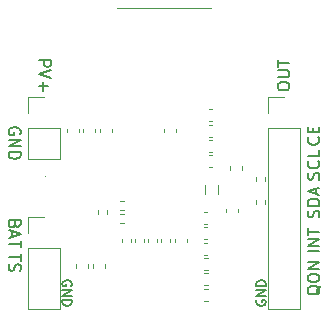
<source format=gto>
G04 #@! TF.GenerationSoftware,KiCad,Pcbnew,(5.1.10)-1*
G04 #@! TF.CreationDate,2021-12-10T13:25:55-08:00*
G04 #@! TF.ProjectId,BQ25798,42513235-3739-4382-9e6b-696361645f70,rev?*
G04 #@! TF.SameCoordinates,Original*
G04 #@! TF.FileFunction,Legend,Top*
G04 #@! TF.FilePolarity,Positive*
%FSLAX46Y46*%
G04 Gerber Fmt 4.6, Leading zero omitted, Abs format (unit mm)*
G04 Created by KiCad (PCBNEW (5.1.10)-1) date 2021-12-10 13:25:55*
%MOMM*%
%LPD*%
G01*
G04 APERTURE LIST*
%ADD10C,0.150000*%
%ADD11C,0.120000*%
%ADD12C,0.100000*%
%ADD13R,0.700000X0.200000*%
%ADD14R,1.000000X0.200000*%
%ADD15R,0.600000X0.200000*%
%ADD16R,0.200000X0.950000*%
%ADD17R,0.200000X0.600000*%
%ADD18R,0.200000X0.900000*%
%ADD19O,1.700000X1.700000*%
%ADD20R,1.700000X1.700000*%
%ADD21R,0.600000X1.150000*%
%ADD22R,0.300000X1.150000*%
%ADD23O,1.000000X2.200000*%
%ADD24O,1.000000X1.800000*%
G04 APERTURE END LIST*
D10*
X82097619Y-99655476D02*
X83097619Y-99655476D01*
X83097619Y-100036428D01*
X83050000Y-100131666D01*
X83002380Y-100179285D01*
X82907142Y-100226904D01*
X82764285Y-100226904D01*
X82669047Y-100179285D01*
X82621428Y-100131666D01*
X82573809Y-100036428D01*
X82573809Y-99655476D01*
X83097619Y-100512619D02*
X82097619Y-100845952D01*
X83097619Y-101179285D01*
X82478571Y-101512619D02*
X82478571Y-102274523D01*
X82097619Y-101893571D02*
X82859523Y-101893571D01*
X80510000Y-105918095D02*
X80557619Y-105822857D01*
X80557619Y-105680000D01*
X80510000Y-105537142D01*
X80414761Y-105441904D01*
X80319523Y-105394285D01*
X80129047Y-105346666D01*
X79986190Y-105346666D01*
X79795714Y-105394285D01*
X79700476Y-105441904D01*
X79605238Y-105537142D01*
X79557619Y-105680000D01*
X79557619Y-105775238D01*
X79605238Y-105918095D01*
X79652857Y-105965714D01*
X79986190Y-105965714D01*
X79986190Y-105775238D01*
X79557619Y-106394285D02*
X80557619Y-106394285D01*
X79557619Y-106965714D01*
X80557619Y-106965714D01*
X79557619Y-107441904D02*
X80557619Y-107441904D01*
X80557619Y-107680000D01*
X80510000Y-107822857D01*
X80414761Y-107918095D01*
X80319523Y-107965714D01*
X80129047Y-108013333D01*
X79986190Y-108013333D01*
X79795714Y-107965714D01*
X79700476Y-107918095D01*
X79605238Y-107822857D01*
X79557619Y-107680000D01*
X79557619Y-107441904D01*
X80081428Y-113561904D02*
X80033809Y-113704761D01*
X79986190Y-113752380D01*
X79890952Y-113800000D01*
X79748095Y-113800000D01*
X79652857Y-113752380D01*
X79605238Y-113704761D01*
X79557619Y-113609523D01*
X79557619Y-113228571D01*
X80557619Y-113228571D01*
X80557619Y-113561904D01*
X80510000Y-113657142D01*
X80462380Y-113704761D01*
X80367142Y-113752380D01*
X80271904Y-113752380D01*
X80176666Y-113704761D01*
X80129047Y-113657142D01*
X80081428Y-113561904D01*
X80081428Y-113228571D01*
X79843333Y-114180952D02*
X79843333Y-114657142D01*
X79557619Y-114085714D02*
X80557619Y-114419047D01*
X79557619Y-114752380D01*
X80557619Y-114942857D02*
X80557619Y-115514285D01*
X79557619Y-115228571D02*
X80557619Y-115228571D01*
X80557619Y-116078095D02*
X80557619Y-116649523D01*
X79557619Y-116363809D02*
X80557619Y-116363809D01*
X79605238Y-116935238D02*
X79557619Y-117078095D01*
X79557619Y-117316190D01*
X79605238Y-117411428D01*
X79652857Y-117459047D01*
X79748095Y-117506666D01*
X79843333Y-117506666D01*
X79938571Y-117459047D01*
X79986190Y-117411428D01*
X80033809Y-117316190D01*
X80081428Y-117125714D01*
X80129047Y-117030476D01*
X80176666Y-116982857D01*
X80271904Y-116935238D01*
X80367142Y-116935238D01*
X80462380Y-116982857D01*
X80510000Y-117030476D01*
X80557619Y-117125714D01*
X80557619Y-117363809D01*
X80510000Y-117506666D01*
X102322380Y-101965000D02*
X102322380Y-101774523D01*
X102370000Y-101679285D01*
X102465238Y-101584047D01*
X102655714Y-101536428D01*
X102989047Y-101536428D01*
X103179523Y-101584047D01*
X103274761Y-101679285D01*
X103322380Y-101774523D01*
X103322380Y-101965000D01*
X103274761Y-102060238D01*
X103179523Y-102155476D01*
X102989047Y-102203095D01*
X102655714Y-102203095D01*
X102465238Y-102155476D01*
X102370000Y-102060238D01*
X102322380Y-101965000D01*
X102322380Y-101107857D02*
X103131904Y-101107857D01*
X103227142Y-101060238D01*
X103274761Y-101012619D01*
X103322380Y-100917380D01*
X103322380Y-100726904D01*
X103274761Y-100631666D01*
X103227142Y-100584047D01*
X103131904Y-100536428D01*
X102322380Y-100536428D01*
X102322380Y-100203095D02*
X102322380Y-99631666D01*
X103322380Y-99917380D02*
X102322380Y-99917380D01*
X105767142Y-106187857D02*
X105814761Y-106235476D01*
X105862380Y-106378333D01*
X105862380Y-106473571D01*
X105814761Y-106616428D01*
X105719523Y-106711666D01*
X105624285Y-106759285D01*
X105433809Y-106806904D01*
X105290952Y-106806904D01*
X105100476Y-106759285D01*
X105005238Y-106711666D01*
X104910000Y-106616428D01*
X104862380Y-106473571D01*
X104862380Y-106378333D01*
X104910000Y-106235476D01*
X104957619Y-106187857D01*
X105338571Y-105759285D02*
X105338571Y-105425952D01*
X105862380Y-105283095D02*
X105862380Y-105759285D01*
X104862380Y-105759285D01*
X104862380Y-105283095D01*
X105814761Y-109775476D02*
X105862380Y-109632619D01*
X105862380Y-109394523D01*
X105814761Y-109299285D01*
X105767142Y-109251666D01*
X105671904Y-109204047D01*
X105576666Y-109204047D01*
X105481428Y-109251666D01*
X105433809Y-109299285D01*
X105386190Y-109394523D01*
X105338571Y-109585000D01*
X105290952Y-109680238D01*
X105243333Y-109727857D01*
X105148095Y-109775476D01*
X105052857Y-109775476D01*
X104957619Y-109727857D01*
X104910000Y-109680238D01*
X104862380Y-109585000D01*
X104862380Y-109346904D01*
X104910000Y-109204047D01*
X105767142Y-108204047D02*
X105814761Y-108251666D01*
X105862380Y-108394523D01*
X105862380Y-108489761D01*
X105814761Y-108632619D01*
X105719523Y-108727857D01*
X105624285Y-108775476D01*
X105433809Y-108823095D01*
X105290952Y-108823095D01*
X105100476Y-108775476D01*
X105005238Y-108727857D01*
X104910000Y-108632619D01*
X104862380Y-108489761D01*
X104862380Y-108394523D01*
X104910000Y-108251666D01*
X104957619Y-108204047D01*
X105862380Y-107299285D02*
X105862380Y-107775476D01*
X104862380Y-107775476D01*
X105814761Y-112974285D02*
X105862380Y-112831428D01*
X105862380Y-112593333D01*
X105814761Y-112498095D01*
X105767142Y-112450476D01*
X105671904Y-112402857D01*
X105576666Y-112402857D01*
X105481428Y-112450476D01*
X105433809Y-112498095D01*
X105386190Y-112593333D01*
X105338571Y-112783809D01*
X105290952Y-112879047D01*
X105243333Y-112926666D01*
X105148095Y-112974285D01*
X105052857Y-112974285D01*
X104957619Y-112926666D01*
X104910000Y-112879047D01*
X104862380Y-112783809D01*
X104862380Y-112545714D01*
X104910000Y-112402857D01*
X105862380Y-111974285D02*
X104862380Y-111974285D01*
X104862380Y-111736190D01*
X104910000Y-111593333D01*
X105005238Y-111498095D01*
X105100476Y-111450476D01*
X105290952Y-111402857D01*
X105433809Y-111402857D01*
X105624285Y-111450476D01*
X105719523Y-111498095D01*
X105814761Y-111593333D01*
X105862380Y-111736190D01*
X105862380Y-111974285D01*
X105576666Y-111021904D02*
X105576666Y-110545714D01*
X105862380Y-111117142D02*
X104862380Y-110783809D01*
X105862380Y-110450476D01*
X105862380Y-115839761D02*
X104862380Y-115839761D01*
X105862380Y-115363571D02*
X104862380Y-115363571D01*
X105862380Y-114792142D01*
X104862380Y-114792142D01*
X104862380Y-114458809D02*
X104862380Y-113887380D01*
X105862380Y-114173095D02*
X104862380Y-114173095D01*
X105957619Y-118776666D02*
X105910000Y-118871904D01*
X105814761Y-118967142D01*
X105671904Y-119110000D01*
X105624285Y-119205238D01*
X105624285Y-119300476D01*
X105862380Y-119252857D02*
X105814761Y-119348095D01*
X105719523Y-119443333D01*
X105529047Y-119490952D01*
X105195714Y-119490952D01*
X105005238Y-119443333D01*
X104910000Y-119348095D01*
X104862380Y-119252857D01*
X104862380Y-119062380D01*
X104910000Y-118967142D01*
X105005238Y-118871904D01*
X105195714Y-118824285D01*
X105529047Y-118824285D01*
X105719523Y-118871904D01*
X105814761Y-118967142D01*
X105862380Y-119062380D01*
X105862380Y-119252857D01*
X104862380Y-118205238D02*
X104862380Y-118014761D01*
X104910000Y-117919523D01*
X105005238Y-117824285D01*
X105195714Y-117776666D01*
X105529047Y-117776666D01*
X105719523Y-117824285D01*
X105814761Y-117919523D01*
X105862380Y-118014761D01*
X105862380Y-118205238D01*
X105814761Y-118300476D01*
X105719523Y-118395714D01*
X105529047Y-118443333D01*
X105195714Y-118443333D01*
X105005238Y-118395714D01*
X104910000Y-118300476D01*
X104862380Y-118205238D01*
X105862380Y-117348095D02*
X104862380Y-117348095D01*
X105862380Y-116776666D01*
X104862380Y-116776666D01*
X84855000Y-118770476D02*
X84893095Y-118694285D01*
X84893095Y-118580000D01*
X84855000Y-118465714D01*
X84778809Y-118389523D01*
X84702619Y-118351428D01*
X84550238Y-118313333D01*
X84435952Y-118313333D01*
X84283571Y-118351428D01*
X84207380Y-118389523D01*
X84131190Y-118465714D01*
X84093095Y-118580000D01*
X84093095Y-118656190D01*
X84131190Y-118770476D01*
X84169285Y-118808571D01*
X84435952Y-118808571D01*
X84435952Y-118656190D01*
X84093095Y-119151428D02*
X84893095Y-119151428D01*
X84093095Y-119608571D01*
X84893095Y-119608571D01*
X84093095Y-119989523D02*
X84893095Y-119989523D01*
X84893095Y-120180000D01*
X84855000Y-120294285D01*
X84778809Y-120370476D01*
X84702619Y-120408571D01*
X84550238Y-120446666D01*
X84435952Y-120446666D01*
X84283571Y-120408571D01*
X84207380Y-120370476D01*
X84131190Y-120294285D01*
X84093095Y-120180000D01*
X84093095Y-119989523D01*
X100565000Y-119989523D02*
X100526904Y-120065714D01*
X100526904Y-120180000D01*
X100565000Y-120294285D01*
X100641190Y-120370476D01*
X100717380Y-120408571D01*
X100869761Y-120446666D01*
X100984047Y-120446666D01*
X101136428Y-120408571D01*
X101212619Y-120370476D01*
X101288809Y-120294285D01*
X101326904Y-120180000D01*
X101326904Y-120103809D01*
X101288809Y-119989523D01*
X101250714Y-119951428D01*
X100984047Y-119951428D01*
X100984047Y-120103809D01*
X101326904Y-119608571D02*
X100526904Y-119608571D01*
X101326904Y-119151428D01*
X100526904Y-119151428D01*
X101326904Y-118770476D02*
X100526904Y-118770476D01*
X100526904Y-118580000D01*
X100565000Y-118465714D01*
X100641190Y-118389523D01*
X100717380Y-118351428D01*
X100869761Y-118313333D01*
X100984047Y-118313333D01*
X101136428Y-118351428D01*
X101212619Y-118389523D01*
X101288809Y-118465714D01*
X101326904Y-118580000D01*
X101326904Y-118770476D01*
D11*
X89283641Y-112310000D02*
X88976359Y-112310000D01*
X89283641Y-111550000D02*
X88976359Y-111550000D01*
X88976359Y-112650000D02*
X89283641Y-112650000D01*
X88976359Y-113410000D02*
X89283641Y-113410000D01*
X87150000Y-112683641D02*
X87150000Y-112376359D01*
X87910000Y-112683641D02*
X87910000Y-112376359D01*
X91350000Y-115083641D02*
X91350000Y-114776359D01*
X92110000Y-115083641D02*
X92110000Y-114776359D01*
X100520000Y-111853641D02*
X100520000Y-111546359D01*
X101280000Y-111853641D02*
X101280000Y-111546359D01*
X101280000Y-109546359D02*
X101280000Y-109853641D01*
X100520000Y-109546359D02*
X100520000Y-109853641D01*
X91010000Y-114776359D02*
X91010000Y-115083641D01*
X90250000Y-114776359D02*
X90250000Y-115083641D01*
X89150000Y-115083641D02*
X89150000Y-114776359D01*
X89910000Y-115083641D02*
X89910000Y-114776359D01*
X93210000Y-114776359D02*
X93210000Y-115083641D01*
X92450000Y-114776359D02*
X92450000Y-115083641D01*
X97290000Y-110230378D02*
X97290000Y-111029622D01*
X96170000Y-110230378D02*
X96170000Y-111029622D01*
X101540000Y-120710000D02*
X104200000Y-120710000D01*
X101540000Y-105410000D02*
X101540000Y-120710000D01*
X104200000Y-105410000D02*
X104200000Y-120710000D01*
X101540000Y-105410000D02*
X104200000Y-105410000D01*
X101540000Y-104140000D02*
X101540000Y-102810000D01*
X101540000Y-102810000D02*
X102870000Y-102810000D01*
X96710000Y-95250000D02*
X88710000Y-95250000D01*
X81220000Y-120710000D02*
X83880000Y-120710000D01*
X81220000Y-115570000D02*
X81220000Y-120710000D01*
X83880000Y-115570000D02*
X83880000Y-120710000D01*
X81220000Y-115570000D02*
X83880000Y-115570000D01*
X81220000Y-114300000D02*
X81220000Y-112970000D01*
X81220000Y-112970000D02*
X82550000Y-112970000D01*
X81220000Y-108010000D02*
X83880000Y-108010000D01*
X81220000Y-105410000D02*
X81220000Y-108010000D01*
X83880000Y-105410000D02*
X83880000Y-108010000D01*
X81220000Y-105410000D02*
X83880000Y-105410000D01*
X81220000Y-104140000D02*
X81220000Y-102810000D01*
X81220000Y-102810000D02*
X82550000Y-102810000D01*
D12*
X82650000Y-109510000D02*
G75*
G03*
X82650000Y-109510000I-50000J0D01*
G01*
D11*
X99010000Y-112259420D02*
X99010000Y-112540580D01*
X97990000Y-112259420D02*
X97990000Y-112540580D01*
X99310000Y-108659420D02*
X99310000Y-108940580D01*
X98290000Y-108659420D02*
X98290000Y-108940580D01*
X96114420Y-116420000D02*
X96395580Y-116420000D01*
X96114420Y-117440000D02*
X96395580Y-117440000D01*
X92690000Y-105740580D02*
X92690000Y-105459420D01*
X93710000Y-105740580D02*
X93710000Y-105459420D01*
X96114420Y-117720000D02*
X96395580Y-117720000D01*
X96114420Y-118740000D02*
X96395580Y-118740000D01*
X96089420Y-115120000D02*
X96370580Y-115120000D01*
X96089420Y-116140000D02*
X96370580Y-116140000D01*
X96489420Y-105120000D02*
X96770580Y-105120000D01*
X96489420Y-106140000D02*
X96770580Y-106140000D01*
X94640000Y-114789420D02*
X94640000Y-115070580D01*
X93620000Y-114789420D02*
X93620000Y-115070580D01*
X96114420Y-119020000D02*
X96395580Y-119020000D01*
X96114420Y-120040000D02*
X96395580Y-120040000D01*
X96489420Y-106420000D02*
X96770580Y-106420000D01*
X96489420Y-107440000D02*
X96770580Y-107440000D01*
X88270000Y-105459420D02*
X88270000Y-105740580D01*
X87250000Y-105459420D02*
X87250000Y-105740580D01*
X87710000Y-116959420D02*
X87710000Y-117240580D01*
X86690000Y-116959420D02*
X86690000Y-117240580D01*
X96089420Y-113820000D02*
X96370580Y-113820000D01*
X96089420Y-114840000D02*
X96370580Y-114840000D01*
X96514420Y-107720000D02*
X96795580Y-107720000D01*
X96514420Y-108740000D02*
X96795580Y-108740000D01*
X86870000Y-105459420D02*
X86870000Y-105740580D01*
X85850000Y-105459420D02*
X85850000Y-105740580D01*
X86310000Y-116959420D02*
X86310000Y-117240580D01*
X85290000Y-116959420D02*
X85290000Y-117240580D01*
X96089420Y-112520000D02*
X96370580Y-112520000D01*
X96089420Y-113540000D02*
X96370580Y-113540000D01*
X96489420Y-103820000D02*
X96770580Y-103820000D01*
X96489420Y-104840000D02*
X96770580Y-104840000D01*
X85470000Y-105459420D02*
X85470000Y-105740580D01*
X84450000Y-105459420D02*
X84450000Y-105740580D01*
%LPC*%
D13*
X90955001Y-111784999D03*
X90955001Y-108984999D03*
X94655001Y-111734999D03*
X94655001Y-109034999D03*
D14*
X94505001Y-109484999D03*
X94505001Y-109934999D03*
X94505001Y-110384999D03*
X94505001Y-110834999D03*
X94505001Y-111284999D03*
D15*
X90905001Y-111384999D03*
X90905001Y-110984999D03*
X90905001Y-110584999D03*
X90905001Y-110184999D03*
X90905001Y-109784999D03*
X90905001Y-109384999D03*
D16*
X94405001Y-112109999D03*
D17*
X94005001Y-112284999D03*
X93605001Y-112284999D03*
X93205001Y-112284999D03*
X92805001Y-112284999D03*
X92805001Y-112284999D03*
X92405001Y-112284999D03*
X92005001Y-112284999D03*
X91605001Y-112284999D03*
D18*
X91205001Y-112134999D03*
X91205001Y-108634999D03*
D17*
X91605001Y-108484999D03*
X92005001Y-108484999D03*
X92405001Y-108484999D03*
X92805001Y-108484999D03*
X93205001Y-108484999D03*
X93605001Y-108484999D03*
X94005001Y-108484999D03*
D16*
X94405001Y-108659999D03*
G36*
G01*
X88890000Y-111745000D02*
X88890000Y-112115000D01*
G75*
G02*
X88755000Y-112250000I-135000J0D01*
G01*
X88485000Y-112250000D01*
G75*
G02*
X88350000Y-112115000I0J135000D01*
G01*
X88350000Y-111745000D01*
G75*
G02*
X88485000Y-111610000I135000J0D01*
G01*
X88755000Y-111610000D01*
G75*
G02*
X88890000Y-111745000I0J-135000D01*
G01*
G37*
G36*
G01*
X89910000Y-111745000D02*
X89910000Y-112115000D01*
G75*
G02*
X89775000Y-112250000I-135000J0D01*
G01*
X89505000Y-112250000D01*
G75*
G02*
X89370000Y-112115000I0J135000D01*
G01*
X89370000Y-111745000D01*
G75*
G02*
X89505000Y-111610000I135000J0D01*
G01*
X89775000Y-111610000D01*
G75*
G02*
X89910000Y-111745000I0J-135000D01*
G01*
G37*
G36*
G01*
X89370000Y-113215000D02*
X89370000Y-112845000D01*
G75*
G02*
X89505000Y-112710000I135000J0D01*
G01*
X89775000Y-112710000D01*
G75*
G02*
X89910000Y-112845000I0J-135000D01*
G01*
X89910000Y-113215000D01*
G75*
G02*
X89775000Y-113350000I-135000J0D01*
G01*
X89505000Y-113350000D01*
G75*
G02*
X89370000Y-113215000I0J135000D01*
G01*
G37*
G36*
G01*
X88350000Y-113215000D02*
X88350000Y-112845000D01*
G75*
G02*
X88485000Y-112710000I135000J0D01*
G01*
X88755000Y-112710000D01*
G75*
G02*
X88890000Y-112845000I0J-135000D01*
G01*
X88890000Y-113215000D01*
G75*
G02*
X88755000Y-113350000I-135000J0D01*
G01*
X88485000Y-113350000D01*
G75*
G02*
X88350000Y-113215000I0J135000D01*
G01*
G37*
G36*
G01*
X87715000Y-112290000D02*
X87345000Y-112290000D01*
G75*
G02*
X87210000Y-112155000I0J135000D01*
G01*
X87210000Y-111885000D01*
G75*
G02*
X87345000Y-111750000I135000J0D01*
G01*
X87715000Y-111750000D01*
G75*
G02*
X87850000Y-111885000I0J-135000D01*
G01*
X87850000Y-112155000D01*
G75*
G02*
X87715000Y-112290000I-135000J0D01*
G01*
G37*
G36*
G01*
X87715000Y-113310000D02*
X87345000Y-113310000D01*
G75*
G02*
X87210000Y-113175000I0J135000D01*
G01*
X87210000Y-112905000D01*
G75*
G02*
X87345000Y-112770000I135000J0D01*
G01*
X87715000Y-112770000D01*
G75*
G02*
X87850000Y-112905000I0J-135000D01*
G01*
X87850000Y-113175000D01*
G75*
G02*
X87715000Y-113310000I-135000J0D01*
G01*
G37*
G36*
G01*
X91915000Y-114690000D02*
X91545000Y-114690000D01*
G75*
G02*
X91410000Y-114555000I0J135000D01*
G01*
X91410000Y-114285000D01*
G75*
G02*
X91545000Y-114150000I135000J0D01*
G01*
X91915000Y-114150000D01*
G75*
G02*
X92050000Y-114285000I0J-135000D01*
G01*
X92050000Y-114555000D01*
G75*
G02*
X91915000Y-114690000I-135000J0D01*
G01*
G37*
G36*
G01*
X91915000Y-115710000D02*
X91545000Y-115710000D01*
G75*
G02*
X91410000Y-115575000I0J135000D01*
G01*
X91410000Y-115305000D01*
G75*
G02*
X91545000Y-115170000I135000J0D01*
G01*
X91915000Y-115170000D01*
G75*
G02*
X92050000Y-115305000I0J-135000D01*
G01*
X92050000Y-115575000D01*
G75*
G02*
X91915000Y-115710000I-135000J0D01*
G01*
G37*
G36*
G01*
X101085000Y-111460000D02*
X100715000Y-111460000D01*
G75*
G02*
X100580000Y-111325000I0J135000D01*
G01*
X100580000Y-111055000D01*
G75*
G02*
X100715000Y-110920000I135000J0D01*
G01*
X101085000Y-110920000D01*
G75*
G02*
X101220000Y-111055000I0J-135000D01*
G01*
X101220000Y-111325000D01*
G75*
G02*
X101085000Y-111460000I-135000J0D01*
G01*
G37*
G36*
G01*
X101085000Y-112480000D02*
X100715000Y-112480000D01*
G75*
G02*
X100580000Y-112345000I0J135000D01*
G01*
X100580000Y-112075000D01*
G75*
G02*
X100715000Y-111940000I135000J0D01*
G01*
X101085000Y-111940000D01*
G75*
G02*
X101220000Y-112075000I0J-135000D01*
G01*
X101220000Y-112345000D01*
G75*
G02*
X101085000Y-112480000I-135000J0D01*
G01*
G37*
G36*
G01*
X100715000Y-109940000D02*
X101085000Y-109940000D01*
G75*
G02*
X101220000Y-110075000I0J-135000D01*
G01*
X101220000Y-110345000D01*
G75*
G02*
X101085000Y-110480000I-135000J0D01*
G01*
X100715000Y-110480000D01*
G75*
G02*
X100580000Y-110345000I0J135000D01*
G01*
X100580000Y-110075000D01*
G75*
G02*
X100715000Y-109940000I135000J0D01*
G01*
G37*
G36*
G01*
X100715000Y-108920000D02*
X101085000Y-108920000D01*
G75*
G02*
X101220000Y-109055000I0J-135000D01*
G01*
X101220000Y-109325000D01*
G75*
G02*
X101085000Y-109460000I-135000J0D01*
G01*
X100715000Y-109460000D01*
G75*
G02*
X100580000Y-109325000I0J135000D01*
G01*
X100580000Y-109055000D01*
G75*
G02*
X100715000Y-108920000I135000J0D01*
G01*
G37*
G36*
G01*
X90445000Y-115170000D02*
X90815000Y-115170000D01*
G75*
G02*
X90950000Y-115305000I0J-135000D01*
G01*
X90950000Y-115575000D01*
G75*
G02*
X90815000Y-115710000I-135000J0D01*
G01*
X90445000Y-115710000D01*
G75*
G02*
X90310000Y-115575000I0J135000D01*
G01*
X90310000Y-115305000D01*
G75*
G02*
X90445000Y-115170000I135000J0D01*
G01*
G37*
G36*
G01*
X90445000Y-114150000D02*
X90815000Y-114150000D01*
G75*
G02*
X90950000Y-114285000I0J-135000D01*
G01*
X90950000Y-114555000D01*
G75*
G02*
X90815000Y-114690000I-135000J0D01*
G01*
X90445000Y-114690000D01*
G75*
G02*
X90310000Y-114555000I0J135000D01*
G01*
X90310000Y-114285000D01*
G75*
G02*
X90445000Y-114150000I135000J0D01*
G01*
G37*
G36*
G01*
X89715000Y-114690000D02*
X89345000Y-114690000D01*
G75*
G02*
X89210000Y-114555000I0J135000D01*
G01*
X89210000Y-114285000D01*
G75*
G02*
X89345000Y-114150000I135000J0D01*
G01*
X89715000Y-114150000D01*
G75*
G02*
X89850000Y-114285000I0J-135000D01*
G01*
X89850000Y-114555000D01*
G75*
G02*
X89715000Y-114690000I-135000J0D01*
G01*
G37*
G36*
G01*
X89715000Y-115710000D02*
X89345000Y-115710000D01*
G75*
G02*
X89210000Y-115575000I0J135000D01*
G01*
X89210000Y-115305000D01*
G75*
G02*
X89345000Y-115170000I135000J0D01*
G01*
X89715000Y-115170000D01*
G75*
G02*
X89850000Y-115305000I0J-135000D01*
G01*
X89850000Y-115575000D01*
G75*
G02*
X89715000Y-115710000I-135000J0D01*
G01*
G37*
G36*
G01*
X92645000Y-115170000D02*
X93015000Y-115170000D01*
G75*
G02*
X93150000Y-115305000I0J-135000D01*
G01*
X93150000Y-115575000D01*
G75*
G02*
X93015000Y-115710000I-135000J0D01*
G01*
X92645000Y-115710000D01*
G75*
G02*
X92510000Y-115575000I0J135000D01*
G01*
X92510000Y-115305000D01*
G75*
G02*
X92645000Y-115170000I135000J0D01*
G01*
G37*
G36*
G01*
X92645000Y-114150000D02*
X93015000Y-114150000D01*
G75*
G02*
X93150000Y-114285000I0J-135000D01*
G01*
X93150000Y-114555000D01*
G75*
G02*
X93015000Y-114690000I-135000J0D01*
G01*
X92645000Y-114690000D01*
G75*
G02*
X92510000Y-114555000I0J135000D01*
G01*
X92510000Y-114285000D01*
G75*
G02*
X92645000Y-114150000I135000J0D01*
G01*
G37*
G36*
G01*
X96348750Y-111255000D02*
X97111250Y-111255000D01*
G75*
G02*
X97330000Y-111473750I0J-218750D01*
G01*
X97330000Y-111911250D01*
G75*
G02*
X97111250Y-112130000I-218750J0D01*
G01*
X96348750Y-112130000D01*
G75*
G02*
X96130000Y-111911250I0J218750D01*
G01*
X96130000Y-111473750D01*
G75*
G02*
X96348750Y-111255000I218750J0D01*
G01*
G37*
G36*
G01*
X96348750Y-109130000D02*
X97111250Y-109130000D01*
G75*
G02*
X97330000Y-109348750I0J-218750D01*
G01*
X97330000Y-109786250D01*
G75*
G02*
X97111250Y-110005000I-218750J0D01*
G01*
X96348750Y-110005000D01*
G75*
G02*
X96130000Y-109786250I0J218750D01*
G01*
X96130000Y-109348750D01*
G75*
G02*
X96348750Y-109130000I218750J0D01*
G01*
G37*
D19*
X102870000Y-119380000D03*
X102870000Y-116840000D03*
X102870000Y-114300000D03*
X102870000Y-111760000D03*
X102870000Y-109220000D03*
X102870000Y-106680000D03*
D20*
X102870000Y-104140000D03*
D21*
X90310000Y-101925000D03*
X95110000Y-101925000D03*
X95910000Y-101925000D03*
X89510000Y-101925000D03*
D22*
X94460000Y-101925000D03*
X93960000Y-101925000D03*
X93460000Y-101925000D03*
X90960000Y-101925000D03*
X91460000Y-101925000D03*
X91960000Y-101925000D03*
X92460000Y-101925000D03*
X92960000Y-101925000D03*
D23*
X88390000Y-97350000D03*
X97030000Y-97350000D03*
D24*
X88390000Y-101350000D03*
X88390000Y-101350000D03*
X97030000Y-101350000D03*
D19*
X82550000Y-119380000D03*
X82550000Y-116840000D03*
D20*
X82550000Y-114300000D03*
D19*
X82550000Y-106680000D03*
D20*
X82550000Y-104140000D03*
G36*
G01*
X82427500Y-110790000D02*
X82772500Y-110790000D01*
G75*
G02*
X82920000Y-110937500I0J-147500D01*
G01*
X82920000Y-111232500D01*
G75*
G02*
X82772500Y-111380000I-147500J0D01*
G01*
X82427500Y-111380000D01*
G75*
G02*
X82280000Y-111232500I0J147500D01*
G01*
X82280000Y-110937500D01*
G75*
G02*
X82427500Y-110790000I147500J0D01*
G01*
G37*
G36*
G01*
X82427500Y-109820000D02*
X82772500Y-109820000D01*
G75*
G02*
X82920000Y-109967500I0J-147500D01*
G01*
X82920000Y-110262500D01*
G75*
G02*
X82772500Y-110410000I-147500J0D01*
G01*
X82427500Y-110410000D01*
G75*
G02*
X82280000Y-110262500I0J147500D01*
G01*
X82280000Y-109967500D01*
G75*
G02*
X82427500Y-109820000I147500J0D01*
G01*
G37*
G36*
G01*
X98250000Y-112725000D02*
X98750000Y-112725000D01*
G75*
G02*
X98975000Y-112950000I0J-225000D01*
G01*
X98975000Y-113400000D01*
G75*
G02*
X98750000Y-113625000I-225000J0D01*
G01*
X98250000Y-113625000D01*
G75*
G02*
X98025000Y-113400000I0J225000D01*
G01*
X98025000Y-112950000D01*
G75*
G02*
X98250000Y-112725000I225000J0D01*
G01*
G37*
G36*
G01*
X98250000Y-111175000D02*
X98750000Y-111175000D01*
G75*
G02*
X98975000Y-111400000I0J-225000D01*
G01*
X98975000Y-111850000D01*
G75*
G02*
X98750000Y-112075000I-225000J0D01*
G01*
X98250000Y-112075000D01*
G75*
G02*
X98025000Y-111850000I0J225000D01*
G01*
X98025000Y-111400000D01*
G75*
G02*
X98250000Y-111175000I225000J0D01*
G01*
G37*
G36*
G01*
X98550000Y-109125000D02*
X99050000Y-109125000D01*
G75*
G02*
X99275000Y-109350000I0J-225000D01*
G01*
X99275000Y-109800000D01*
G75*
G02*
X99050000Y-110025000I-225000J0D01*
G01*
X98550000Y-110025000D01*
G75*
G02*
X98325000Y-109800000I0J225000D01*
G01*
X98325000Y-109350000D01*
G75*
G02*
X98550000Y-109125000I225000J0D01*
G01*
G37*
G36*
G01*
X98550000Y-107575000D02*
X99050000Y-107575000D01*
G75*
G02*
X99275000Y-107800000I0J-225000D01*
G01*
X99275000Y-108250000D01*
G75*
G02*
X99050000Y-108475000I-225000J0D01*
G01*
X98550000Y-108475000D01*
G75*
G02*
X98325000Y-108250000I0J225000D01*
G01*
X98325000Y-107800000D01*
G75*
G02*
X98550000Y-107575000I225000J0D01*
G01*
G37*
G36*
G01*
X96580000Y-117180000D02*
X96580000Y-116680000D01*
G75*
G02*
X96805000Y-116455000I225000J0D01*
G01*
X97255000Y-116455000D01*
G75*
G02*
X97480000Y-116680000I0J-225000D01*
G01*
X97480000Y-117180000D01*
G75*
G02*
X97255000Y-117405000I-225000J0D01*
G01*
X96805000Y-117405000D01*
G75*
G02*
X96580000Y-117180000I0J225000D01*
G01*
G37*
G36*
G01*
X95030000Y-117180000D02*
X95030000Y-116680000D01*
G75*
G02*
X95255000Y-116455000I225000J0D01*
G01*
X95705000Y-116455000D01*
G75*
G02*
X95930000Y-116680000I0J-225000D01*
G01*
X95930000Y-117180000D01*
G75*
G02*
X95705000Y-117405000I-225000J0D01*
G01*
X95255000Y-117405000D01*
G75*
G02*
X95030000Y-117180000I0J225000D01*
G01*
G37*
G36*
G01*
X93450000Y-105275000D02*
X92950000Y-105275000D01*
G75*
G02*
X92725000Y-105050000I0J225000D01*
G01*
X92725000Y-104600000D01*
G75*
G02*
X92950000Y-104375000I225000J0D01*
G01*
X93450000Y-104375000D01*
G75*
G02*
X93675000Y-104600000I0J-225000D01*
G01*
X93675000Y-105050000D01*
G75*
G02*
X93450000Y-105275000I-225000J0D01*
G01*
G37*
G36*
G01*
X93450000Y-106825000D02*
X92950000Y-106825000D01*
G75*
G02*
X92725000Y-106600000I0J225000D01*
G01*
X92725000Y-106150000D01*
G75*
G02*
X92950000Y-105925000I225000J0D01*
G01*
X93450000Y-105925000D01*
G75*
G02*
X93675000Y-106150000I0J-225000D01*
G01*
X93675000Y-106600000D01*
G75*
G02*
X93450000Y-106825000I-225000J0D01*
G01*
G37*
G36*
G01*
X96580000Y-118480000D02*
X96580000Y-117980000D01*
G75*
G02*
X96805000Y-117755000I225000J0D01*
G01*
X97255000Y-117755000D01*
G75*
G02*
X97480000Y-117980000I0J-225000D01*
G01*
X97480000Y-118480000D01*
G75*
G02*
X97255000Y-118705000I-225000J0D01*
G01*
X96805000Y-118705000D01*
G75*
G02*
X96580000Y-118480000I0J225000D01*
G01*
G37*
G36*
G01*
X95030000Y-118480000D02*
X95030000Y-117980000D01*
G75*
G02*
X95255000Y-117755000I225000J0D01*
G01*
X95705000Y-117755000D01*
G75*
G02*
X95930000Y-117980000I0J-225000D01*
G01*
X95930000Y-118480000D01*
G75*
G02*
X95705000Y-118705000I-225000J0D01*
G01*
X95255000Y-118705000D01*
G75*
G02*
X95030000Y-118480000I0J225000D01*
G01*
G37*
G36*
G01*
X96555000Y-115880000D02*
X96555000Y-115380000D01*
G75*
G02*
X96780000Y-115155000I225000J0D01*
G01*
X97230000Y-115155000D01*
G75*
G02*
X97455000Y-115380000I0J-225000D01*
G01*
X97455000Y-115880000D01*
G75*
G02*
X97230000Y-116105000I-225000J0D01*
G01*
X96780000Y-116105000D01*
G75*
G02*
X96555000Y-115880000I0J225000D01*
G01*
G37*
G36*
G01*
X95005000Y-115880000D02*
X95005000Y-115380000D01*
G75*
G02*
X95230000Y-115155000I225000J0D01*
G01*
X95680000Y-115155000D01*
G75*
G02*
X95905000Y-115380000I0J-225000D01*
G01*
X95905000Y-115880000D01*
G75*
G02*
X95680000Y-116105000I-225000J0D01*
G01*
X95230000Y-116105000D01*
G75*
G02*
X95005000Y-115880000I0J225000D01*
G01*
G37*
G36*
G01*
X96955000Y-105880000D02*
X96955000Y-105380000D01*
G75*
G02*
X97180000Y-105155000I225000J0D01*
G01*
X97630000Y-105155000D01*
G75*
G02*
X97855000Y-105380000I0J-225000D01*
G01*
X97855000Y-105880000D01*
G75*
G02*
X97630000Y-106105000I-225000J0D01*
G01*
X97180000Y-106105000D01*
G75*
G02*
X96955000Y-105880000I0J225000D01*
G01*
G37*
G36*
G01*
X95405000Y-105880000D02*
X95405000Y-105380000D01*
G75*
G02*
X95630000Y-105155000I225000J0D01*
G01*
X96080000Y-105155000D01*
G75*
G02*
X96305000Y-105380000I0J-225000D01*
G01*
X96305000Y-105880000D01*
G75*
G02*
X96080000Y-106105000I-225000J0D01*
G01*
X95630000Y-106105000D01*
G75*
G02*
X95405000Y-105880000I0J225000D01*
G01*
G37*
G36*
G01*
X93880000Y-115255000D02*
X94380000Y-115255000D01*
G75*
G02*
X94605000Y-115480000I0J-225000D01*
G01*
X94605000Y-115930000D01*
G75*
G02*
X94380000Y-116155000I-225000J0D01*
G01*
X93880000Y-116155000D01*
G75*
G02*
X93655000Y-115930000I0J225000D01*
G01*
X93655000Y-115480000D01*
G75*
G02*
X93880000Y-115255000I225000J0D01*
G01*
G37*
G36*
G01*
X93880000Y-113705000D02*
X94380000Y-113705000D01*
G75*
G02*
X94605000Y-113930000I0J-225000D01*
G01*
X94605000Y-114380000D01*
G75*
G02*
X94380000Y-114605000I-225000J0D01*
G01*
X93880000Y-114605000D01*
G75*
G02*
X93655000Y-114380000I0J225000D01*
G01*
X93655000Y-113930000D01*
G75*
G02*
X93880000Y-113705000I225000J0D01*
G01*
G37*
G36*
G01*
X96580000Y-119780000D02*
X96580000Y-119280000D01*
G75*
G02*
X96805000Y-119055000I225000J0D01*
G01*
X97255000Y-119055000D01*
G75*
G02*
X97480000Y-119280000I0J-225000D01*
G01*
X97480000Y-119780000D01*
G75*
G02*
X97255000Y-120005000I-225000J0D01*
G01*
X96805000Y-120005000D01*
G75*
G02*
X96580000Y-119780000I0J225000D01*
G01*
G37*
G36*
G01*
X95030000Y-119780000D02*
X95030000Y-119280000D01*
G75*
G02*
X95255000Y-119055000I225000J0D01*
G01*
X95705000Y-119055000D01*
G75*
G02*
X95930000Y-119280000I0J-225000D01*
G01*
X95930000Y-119780000D01*
G75*
G02*
X95705000Y-120005000I-225000J0D01*
G01*
X95255000Y-120005000D01*
G75*
G02*
X95030000Y-119780000I0J225000D01*
G01*
G37*
G36*
G01*
X96955000Y-107180000D02*
X96955000Y-106680000D01*
G75*
G02*
X97180000Y-106455000I225000J0D01*
G01*
X97630000Y-106455000D01*
G75*
G02*
X97855000Y-106680000I0J-225000D01*
G01*
X97855000Y-107180000D01*
G75*
G02*
X97630000Y-107405000I-225000J0D01*
G01*
X97180000Y-107405000D01*
G75*
G02*
X96955000Y-107180000I0J225000D01*
G01*
G37*
G36*
G01*
X95405000Y-107180000D02*
X95405000Y-106680000D01*
G75*
G02*
X95630000Y-106455000I225000J0D01*
G01*
X96080000Y-106455000D01*
G75*
G02*
X96305000Y-106680000I0J-225000D01*
G01*
X96305000Y-107180000D01*
G75*
G02*
X96080000Y-107405000I-225000J0D01*
G01*
X95630000Y-107405000D01*
G75*
G02*
X95405000Y-107180000I0J225000D01*
G01*
G37*
G36*
G01*
X87510000Y-105925000D02*
X88010000Y-105925000D01*
G75*
G02*
X88235000Y-106150000I0J-225000D01*
G01*
X88235000Y-106600000D01*
G75*
G02*
X88010000Y-106825000I-225000J0D01*
G01*
X87510000Y-106825000D01*
G75*
G02*
X87285000Y-106600000I0J225000D01*
G01*
X87285000Y-106150000D01*
G75*
G02*
X87510000Y-105925000I225000J0D01*
G01*
G37*
G36*
G01*
X87510000Y-104375000D02*
X88010000Y-104375000D01*
G75*
G02*
X88235000Y-104600000I0J-225000D01*
G01*
X88235000Y-105050000D01*
G75*
G02*
X88010000Y-105275000I-225000J0D01*
G01*
X87510000Y-105275000D01*
G75*
G02*
X87285000Y-105050000I0J225000D01*
G01*
X87285000Y-104600000D01*
G75*
G02*
X87510000Y-104375000I225000J0D01*
G01*
G37*
G36*
G01*
X86950000Y-117425000D02*
X87450000Y-117425000D01*
G75*
G02*
X87675000Y-117650000I0J-225000D01*
G01*
X87675000Y-118100000D01*
G75*
G02*
X87450000Y-118325000I-225000J0D01*
G01*
X86950000Y-118325000D01*
G75*
G02*
X86725000Y-118100000I0J225000D01*
G01*
X86725000Y-117650000D01*
G75*
G02*
X86950000Y-117425000I225000J0D01*
G01*
G37*
G36*
G01*
X86950000Y-115875000D02*
X87450000Y-115875000D01*
G75*
G02*
X87675000Y-116100000I0J-225000D01*
G01*
X87675000Y-116550000D01*
G75*
G02*
X87450000Y-116775000I-225000J0D01*
G01*
X86950000Y-116775000D01*
G75*
G02*
X86725000Y-116550000I0J225000D01*
G01*
X86725000Y-116100000D01*
G75*
G02*
X86950000Y-115875000I225000J0D01*
G01*
G37*
G36*
G01*
X96555000Y-114580000D02*
X96555000Y-114080000D01*
G75*
G02*
X96780000Y-113855000I225000J0D01*
G01*
X97230000Y-113855000D01*
G75*
G02*
X97455000Y-114080000I0J-225000D01*
G01*
X97455000Y-114580000D01*
G75*
G02*
X97230000Y-114805000I-225000J0D01*
G01*
X96780000Y-114805000D01*
G75*
G02*
X96555000Y-114580000I0J225000D01*
G01*
G37*
G36*
G01*
X95005000Y-114580000D02*
X95005000Y-114080000D01*
G75*
G02*
X95230000Y-113855000I225000J0D01*
G01*
X95680000Y-113855000D01*
G75*
G02*
X95905000Y-114080000I0J-225000D01*
G01*
X95905000Y-114580000D01*
G75*
G02*
X95680000Y-114805000I-225000J0D01*
G01*
X95230000Y-114805000D01*
G75*
G02*
X95005000Y-114580000I0J225000D01*
G01*
G37*
G36*
G01*
X96980000Y-108480000D02*
X96980000Y-107980000D01*
G75*
G02*
X97205000Y-107755000I225000J0D01*
G01*
X97655000Y-107755000D01*
G75*
G02*
X97880000Y-107980000I0J-225000D01*
G01*
X97880000Y-108480000D01*
G75*
G02*
X97655000Y-108705000I-225000J0D01*
G01*
X97205000Y-108705000D01*
G75*
G02*
X96980000Y-108480000I0J225000D01*
G01*
G37*
G36*
G01*
X95430000Y-108480000D02*
X95430000Y-107980000D01*
G75*
G02*
X95655000Y-107755000I225000J0D01*
G01*
X96105000Y-107755000D01*
G75*
G02*
X96330000Y-107980000I0J-225000D01*
G01*
X96330000Y-108480000D01*
G75*
G02*
X96105000Y-108705000I-225000J0D01*
G01*
X95655000Y-108705000D01*
G75*
G02*
X95430000Y-108480000I0J225000D01*
G01*
G37*
G36*
G01*
X86110000Y-105925000D02*
X86610000Y-105925000D01*
G75*
G02*
X86835000Y-106150000I0J-225000D01*
G01*
X86835000Y-106600000D01*
G75*
G02*
X86610000Y-106825000I-225000J0D01*
G01*
X86110000Y-106825000D01*
G75*
G02*
X85885000Y-106600000I0J225000D01*
G01*
X85885000Y-106150000D01*
G75*
G02*
X86110000Y-105925000I225000J0D01*
G01*
G37*
G36*
G01*
X86110000Y-104375000D02*
X86610000Y-104375000D01*
G75*
G02*
X86835000Y-104600000I0J-225000D01*
G01*
X86835000Y-105050000D01*
G75*
G02*
X86610000Y-105275000I-225000J0D01*
G01*
X86110000Y-105275000D01*
G75*
G02*
X85885000Y-105050000I0J225000D01*
G01*
X85885000Y-104600000D01*
G75*
G02*
X86110000Y-104375000I225000J0D01*
G01*
G37*
G36*
G01*
X85550000Y-117425000D02*
X86050000Y-117425000D01*
G75*
G02*
X86275000Y-117650000I0J-225000D01*
G01*
X86275000Y-118100000D01*
G75*
G02*
X86050000Y-118325000I-225000J0D01*
G01*
X85550000Y-118325000D01*
G75*
G02*
X85325000Y-118100000I0J225000D01*
G01*
X85325000Y-117650000D01*
G75*
G02*
X85550000Y-117425000I225000J0D01*
G01*
G37*
G36*
G01*
X85550000Y-115875000D02*
X86050000Y-115875000D01*
G75*
G02*
X86275000Y-116100000I0J-225000D01*
G01*
X86275000Y-116550000D01*
G75*
G02*
X86050000Y-116775000I-225000J0D01*
G01*
X85550000Y-116775000D01*
G75*
G02*
X85325000Y-116550000I0J225000D01*
G01*
X85325000Y-116100000D01*
G75*
G02*
X85550000Y-115875000I225000J0D01*
G01*
G37*
G36*
G01*
X96555000Y-113280000D02*
X96555000Y-112780000D01*
G75*
G02*
X96780000Y-112555000I225000J0D01*
G01*
X97230000Y-112555000D01*
G75*
G02*
X97455000Y-112780000I0J-225000D01*
G01*
X97455000Y-113280000D01*
G75*
G02*
X97230000Y-113505000I-225000J0D01*
G01*
X96780000Y-113505000D01*
G75*
G02*
X96555000Y-113280000I0J225000D01*
G01*
G37*
G36*
G01*
X95005000Y-113280000D02*
X95005000Y-112780000D01*
G75*
G02*
X95230000Y-112555000I225000J0D01*
G01*
X95680000Y-112555000D01*
G75*
G02*
X95905000Y-112780000I0J-225000D01*
G01*
X95905000Y-113280000D01*
G75*
G02*
X95680000Y-113505000I-225000J0D01*
G01*
X95230000Y-113505000D01*
G75*
G02*
X95005000Y-113280000I0J225000D01*
G01*
G37*
G36*
G01*
X96955000Y-104580000D02*
X96955000Y-104080000D01*
G75*
G02*
X97180000Y-103855000I225000J0D01*
G01*
X97630000Y-103855000D01*
G75*
G02*
X97855000Y-104080000I0J-225000D01*
G01*
X97855000Y-104580000D01*
G75*
G02*
X97630000Y-104805000I-225000J0D01*
G01*
X97180000Y-104805000D01*
G75*
G02*
X96955000Y-104580000I0J225000D01*
G01*
G37*
G36*
G01*
X95405000Y-104580000D02*
X95405000Y-104080000D01*
G75*
G02*
X95630000Y-103855000I225000J0D01*
G01*
X96080000Y-103855000D01*
G75*
G02*
X96305000Y-104080000I0J-225000D01*
G01*
X96305000Y-104580000D01*
G75*
G02*
X96080000Y-104805000I-225000J0D01*
G01*
X95630000Y-104805000D01*
G75*
G02*
X95405000Y-104580000I0J225000D01*
G01*
G37*
G36*
G01*
X84710000Y-105925000D02*
X85210000Y-105925000D01*
G75*
G02*
X85435000Y-106150000I0J-225000D01*
G01*
X85435000Y-106600000D01*
G75*
G02*
X85210000Y-106825000I-225000J0D01*
G01*
X84710000Y-106825000D01*
G75*
G02*
X84485000Y-106600000I0J225000D01*
G01*
X84485000Y-106150000D01*
G75*
G02*
X84710000Y-105925000I225000J0D01*
G01*
G37*
G36*
G01*
X84710000Y-104375000D02*
X85210000Y-104375000D01*
G75*
G02*
X85435000Y-104600000I0J-225000D01*
G01*
X85435000Y-105050000D01*
G75*
G02*
X85210000Y-105275000I-225000J0D01*
G01*
X84710000Y-105275000D01*
G75*
G02*
X84485000Y-105050000I0J225000D01*
G01*
X84485000Y-104600000D01*
G75*
G02*
X84710000Y-104375000I225000J0D01*
G01*
G37*
M02*

</source>
